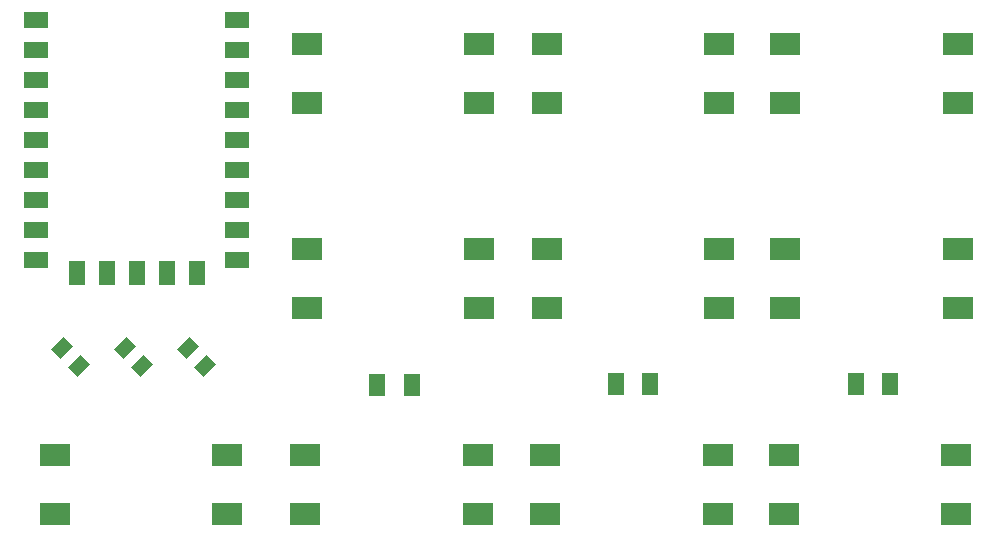
<source format=gts>
G04 Layer: TopSolderMaskLayer*
G04 EasyEDA v6.5.47, 2024-11-03 14:34:40*
G04 684bee94884246f2b67ba1c568fef4cc,02b1cd47abf14eeea88f237cf3128960,10*
G04 Gerber Generator version 0.2*
G04 Scale: 100 percent, Rotated: No, Reflected: No *
G04 Dimensions in millimeters *
G04 leading zeros omitted , absolute positions ,4 integer and 5 decimal *
%FSLAX45Y45*%
%MOMM*%

%AMMACRO1*4,1,8,-0.1622,-0.899,-0.899,-0.1622,-0.899,-0.1203,0.1203,0.899,0.1622,0.899,0.899,0.1622,0.899,0.1203,-0.1203,-0.899,-0.1622,-0.899,0*%
%AMMACRO2*4,1,8,-1.2209,-0.95,-1.2501,-0.9205,-1.2501,0.9207,-1.2209,0.95,1.2206,0.95,1.2501,0.9207,1.2501,-0.9205,1.2206,-0.95,-1.2209,-0.95,0*%
%AMMACRO3*4,1,8,-1.2209,-0.9501,-1.2501,-0.9206,-1.2501,0.9209,-1.2209,0.9501,1.2206,0.9501,1.2501,0.9209,1.2501,-0.9206,1.2206,-0.9501,-1.2209,-0.9501,0*%
%AMMACRO4*4,1,8,-1.2207,-0.9501,-1.2499,-0.9206,-1.2499,0.9209,-1.2207,0.9501,1.2205,0.9501,1.2499,0.9209,1.2499,-0.9206,1.2205,-0.9501,-1.2207,-0.9501,0*%
%AMMACRO5*4,1,8,-1.0211,-0.6509,-1.0508,-0.6209,-1.0508,0.6212,-1.0211,0.6509,1.0208,0.6509,1.0508,0.6212,1.0508,-0.6209,1.0208,-0.6509,-1.0211,-0.6509,0*%
%AMMACRO6*4,1,8,-0.6212,-1.0508,-0.6509,-1.0208,-0.6509,1.0211,-0.6212,1.0508,0.6209,1.0508,0.6509,1.0211,0.6509,-1.0208,0.6209,-1.0508,-0.6212,-1.0508,0*%
%AMMACRO7*4,1,8,-0.6248,-0.9012,-0.6546,-0.8712,-0.6546,0.8715,-0.6248,0.9012,0.6246,0.9012,0.6546,0.8715,0.6546,-0.8712,0.6246,-0.9012,-0.6248,-0.9012,0*%
%ADD10MACRO1*%
%ADD11MACRO2*%
%ADD12MACRO3*%
%ADD13MACRO4*%
%ADD14MACRO5*%
%ADD15MACRO6*%
%ADD16MACRO7*%

%LPD*%
D10*
G01*
X1500517Y15542882D03*
G01*
X1649056Y15394343D03*
G01*
X2034044Y15542755D03*
G01*
X2182583Y15394216D03*
G01*
X2567317Y15542882D03*
G01*
X2715856Y15394343D03*
D11*
G01*
X5035283Y17618862D03*
G01*
X3575291Y17618862D03*
G01*
X5035283Y18118861D03*
G01*
X3575291Y18118861D03*
G01*
X7067283Y17618862D03*
G01*
X5607291Y17618862D03*
G01*
X7067283Y18118861D03*
G01*
X5607291Y18118861D03*
D12*
G01*
X9086583Y17618900D03*
G01*
X7626591Y17618900D03*
G01*
X9086583Y18118899D03*
G01*
X7626591Y18118899D03*
G01*
X5035308Y15879025D03*
G01*
X3575316Y15879025D03*
G01*
X5035308Y16379024D03*
G01*
X3575316Y16379024D03*
G01*
X7067308Y15879000D03*
G01*
X5607316Y15879000D03*
G01*
X7067308Y16378999D03*
G01*
X5607316Y16378999D03*
D13*
G01*
X9086596Y15879000D03*
G01*
X7626603Y15879000D03*
G01*
X9086596Y16378999D03*
G01*
X7626603Y16378999D03*
G01*
X2901696Y14139075D03*
G01*
X1441703Y14139075D03*
G01*
X2901696Y14639074D03*
G01*
X1441703Y14639074D03*
D12*
G01*
X5022608Y14139075D03*
G01*
X3562616Y14139075D03*
G01*
X5022608Y14639074D03*
G01*
X3562616Y14639074D03*
D13*
G01*
X7054596Y14139100D03*
G01*
X5594603Y14139100D03*
G01*
X7054596Y14639099D03*
G01*
X5594603Y14639099D03*
D12*
G01*
X9073883Y14139075D03*
G01*
X7613891Y14139075D03*
G01*
X9073883Y14639074D03*
G01*
X7613891Y14639074D03*
D14*
G01*
X2983585Y18317095D03*
G01*
X2983585Y18063095D03*
G01*
X2983585Y17809095D03*
G01*
X2983585Y17555095D03*
G01*
X2983585Y17301095D03*
G01*
X2983585Y17047095D03*
G01*
X2983585Y16793095D03*
G01*
X2983585Y16539095D03*
G01*
X2983585Y16285095D03*
D15*
G01*
X2641587Y16176091D03*
G01*
X2387587Y16176091D03*
G01*
X2133587Y16176091D03*
G01*
X1879587Y16176091D03*
G01*
X1625587Y16176091D03*
D14*
G01*
X1283589Y16285095D03*
G01*
X1283589Y16539095D03*
G01*
X1283589Y16793095D03*
G01*
X1283589Y17047095D03*
G01*
X1283589Y17301095D03*
G01*
X1283589Y17555095D03*
G01*
X1283589Y17809095D03*
G01*
X1283589Y18063095D03*
G01*
X1283589Y18317095D03*
D16*
G01*
X4465878Y15227300D03*
G01*
X4170121Y15227300D03*
G01*
X6485178Y15240000D03*
G01*
X6189421Y15240000D03*
G01*
X8517178Y15240000D03*
G01*
X8221421Y15240000D03*
M02*

</source>
